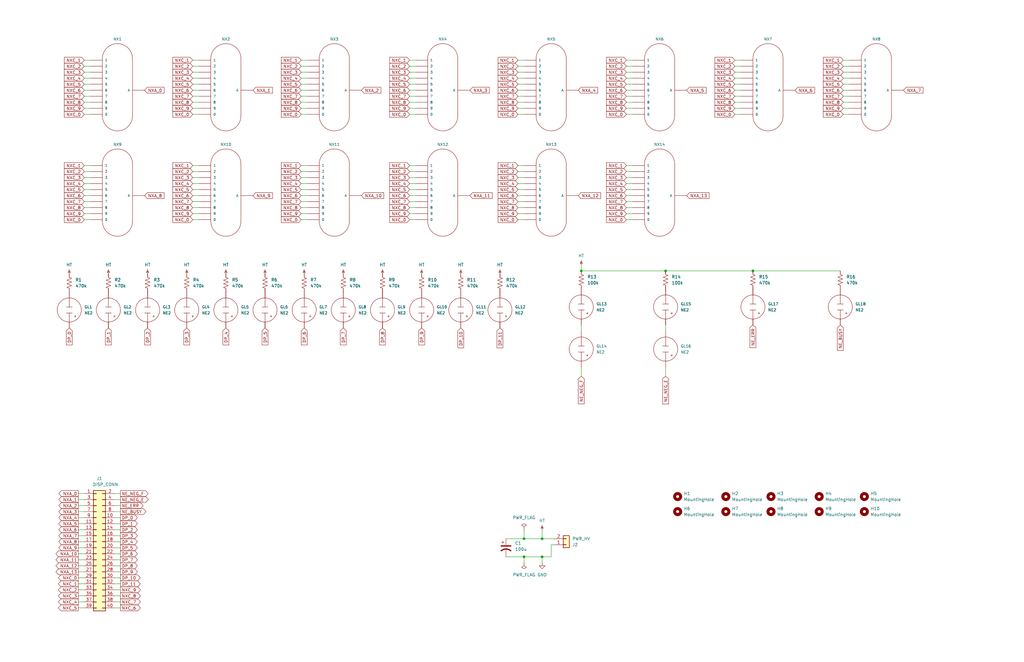
<source format=kicad_sch>
(kicad_sch (version 20231120) (generator "eeschema") (generator_version "8.0")
  (paper "USLedger")
  (junction (at 228.6 234.95))
  (junction (at 228.6 227.33))
  (junction (at 220.98 234.95))
  (junction (at 280.67 114.3))
  (junction (at 220.98 227.33))
  (junction (at 317.5 114.3))
  (junction (at 245.11 114.3))
  (wire (pts (xy 33.02 251.46) (xy 35.56 251.46)))
  (wire (pts (xy 127 80.01) (xy 129.54 80.01)))
  (wire (pts (xy 355.6 35.56) (xy 358.14 35.56)))
  (wire (pts (xy 218.44 85.09) (xy 220.98 85.09)))
  (wire (pts (xy 50.8 208.28) (xy 48.26 208.28)))
  (wire (pts (xy 33.02 228.6) (xy 35.56 228.6)))
  (wire (pts (xy 309.88 30.48) (xy 312.42 30.48)))
  (wire (pts (xy 33.02 241.3) (xy 35.56 241.3)))
  (wire (pts (xy 50.8 215.9) (xy 48.26 215.9)))
  (wire (pts (xy 218.44 40.64) (xy 220.98 40.64)))
  (wire (pts (xy 264.16 35.56) (xy 266.7 35.56)))
  (wire (pts (xy 50.8 238.76) (xy 48.26 238.76)))
  (wire (pts (xy 218.44 27.94) (xy 220.98 27.94)))
  (wire (pts (xy 218.44 72.39) (xy 220.98 72.39)))
  (wire (pts (xy 264.16 90.17) (xy 266.7 90.17)))
  (wire (pts (xy 35.56 82.55) (xy 38.1 82.55)))
  (wire (pts (xy 228.6 227.33) (xy 228.6 223.52)))
  (wire (pts (xy 264.16 69.85) (xy 266.7 69.85)))
  (wire (pts (xy 264.16 38.1) (xy 266.7 38.1)))
  (wire (pts (xy 220.98 234.95) (xy 220.98 237.49)))
  (wire (pts (xy 35.56 48.26) (xy 38.1 48.26)))
  (wire (pts (xy 81.28 33.02) (xy 83.82 33.02)))
  (wire (pts (xy 50.8 246.38) (xy 48.26 246.38)))
  (wire (pts (xy 127 87.63) (xy 129.54 87.63)))
  (wire (pts (xy 81.28 27.94) (xy 83.82 27.94)))
  (wire (pts (xy 218.44 74.93) (xy 220.98 74.93)))
  (wire (pts (xy 264.16 43.18) (xy 266.7 43.18)))
  (wire (pts (xy 309.88 35.56) (xy 312.42 35.56)))
  (wire (pts (xy 35.56 30.48) (xy 38.1 30.48)))
  (wire (pts (xy 50.8 228.6) (xy 48.26 228.6)))
  (wire (pts (xy 81.28 40.64) (xy 83.82 40.64)))
  (wire (pts (xy 81.28 72.39) (xy 83.82 72.39)))
  (wire (pts (xy 35.56 43.18) (xy 38.1 43.18)))
  (wire (pts (xy 280.67 158.75) (xy 280.67 154.94)))
  (wire (pts (xy 172.72 90.17) (xy 175.26 90.17)))
  (wire (pts (xy 50.8 241.3) (xy 48.26 241.3)))
  (wire (pts (xy 233.68 229.87) (xy 232.41 229.87)))
  (wire (pts (xy 33.02 218.44) (xy 35.56 218.44)))
  (wire (pts (xy 218.44 30.48) (xy 220.98 30.48)))
  (wire (pts (xy 309.88 33.02) (xy 312.42 33.02)))
  (wire (pts (xy 35.56 27.94) (xy 38.1 27.94)))
  (wire (pts (xy 172.72 74.93) (xy 175.26 74.93)))
  (wire (pts (xy 33.02 223.52) (xy 35.56 223.52)))
  (wire (pts (xy 127 90.17) (xy 129.54 90.17)))
  (wire (pts (xy 355.6 38.1) (xy 358.14 38.1)))
  (wire (pts (xy 33.02 248.92) (xy 35.56 248.92)))
  (wire (pts (xy 213.36 227.33) (xy 220.98 227.33)))
  (wire (pts (xy 127 48.26) (xy 129.54 48.26)))
  (wire (pts (xy 172.72 77.47) (xy 175.26 77.47)))
  (wire (pts (xy 355.6 40.64) (xy 358.14 40.64)))
  (wire (pts (xy 81.28 90.17) (xy 83.82 90.17)))
  (wire (pts (xy 264.16 85.09) (xy 266.7 85.09)))
  (wire (pts (xy 50.8 251.46) (xy 48.26 251.46)))
  (wire (pts (xy 50.8 248.92) (xy 48.26 248.92)))
  (wire (pts (xy 81.28 48.26) (xy 83.82 48.26)))
  (wire (pts (xy 172.72 25.4) (xy 175.26 25.4)))
  (wire (pts (xy 35.56 69.85) (xy 38.1 69.85)))
  (wire (pts (xy 35.56 85.09) (xy 38.1 85.09)))
  (wire (pts (xy 220.98 227.33) (xy 228.6 227.33)))
  (wire (pts (xy 228.6 234.95) (xy 228.6 237.49)))
  (wire (pts (xy 172.72 72.39) (xy 175.26 72.39)))
  (wire (pts (xy 264.16 80.01) (xy 266.7 80.01)))
  (wire (pts (xy 127 33.02) (xy 129.54 33.02)))
  (wire (pts (xy 264.16 72.39) (xy 266.7 72.39)))
  (wire (pts (xy 264.16 33.02) (xy 266.7 33.02)))
  (wire (pts (xy 355.6 45.72) (xy 358.14 45.72)))
  (wire (pts (xy 264.16 87.63) (xy 266.7 87.63)))
  (wire (pts (xy 218.44 35.56) (xy 220.98 35.56)))
  (wire (pts (xy 81.28 87.63) (xy 83.82 87.63)))
  (wire (pts (xy 218.44 90.17) (xy 220.98 90.17)))
  (wire (pts (xy 218.44 82.55) (xy 220.98 82.55)))
  (wire (pts (xy 81.28 69.85) (xy 83.82 69.85)))
  (wire (pts (xy 218.44 92.71) (xy 220.98 92.71)))
  (wire (pts (xy 35.56 80.01) (xy 38.1 80.01)))
  (wire (pts (xy 172.72 27.94) (xy 175.26 27.94)))
  (wire (pts (xy 35.56 45.72) (xy 38.1 45.72)))
  (wire (pts (xy 35.56 87.63) (xy 38.1 87.63)))
  (wire (pts (xy 33.02 210.82) (xy 35.56 210.82)))
  (wire (pts (xy 172.72 38.1) (xy 175.26 38.1)))
  (wire (pts (xy 50.8 254) (xy 48.26 254)))
  (wire (pts (xy 33.02 246.38) (xy 35.56 246.38)))
  (wire (pts (xy 50.8 213.36) (xy 48.26 213.36)))
  (wire (pts (xy 172.72 33.02) (xy 175.26 33.02)))
  (wire (pts (xy 50.8 220.98) (xy 48.26 220.98)))
  (wire (pts (xy 33.02 236.22) (xy 35.56 236.22)))
  (wire (pts (xy 50.8 233.68) (xy 48.26 233.68)))
  (wire (pts (xy 309.88 38.1) (xy 312.42 38.1)))
  (wire (pts (xy 218.44 48.26) (xy 220.98 48.26)))
  (wire (pts (xy 127 25.4) (xy 129.54 25.4)))
  (wire (pts (xy 218.44 33.02) (xy 220.98 33.02)))
  (wire (pts (xy 245.11 158.75) (xy 245.11 154.94)))
  (wire (pts (xy 127 85.09) (xy 129.54 85.09)))
  (wire (pts (xy 172.72 43.18) (xy 175.26 43.18)))
  (wire (pts (xy 309.88 43.18) (xy 312.42 43.18)))
  (wire (pts (xy 33.02 243.84) (xy 35.56 243.84)))
  (wire (pts (xy 127 38.1) (xy 129.54 38.1)))
  (wire (pts (xy 48.26 256.54) (xy 50.8 256.54)))
  (wire (pts (xy 127 92.71) (xy 129.54 92.71)))
  (wire (pts (xy 172.72 35.56) (xy 175.26 35.56)))
  (wire (pts (xy 264.16 48.26) (xy 266.7 48.26)))
  (wire (pts (xy 172.72 87.63) (xy 175.26 87.63)))
  (wire (pts (xy 172.72 82.55) (xy 175.26 82.55)))
  (wire (pts (xy 245.11 139.7) (xy 245.11 137.16)))
  (wire (pts (xy 172.72 45.72) (xy 175.26 45.72)))
  (wire (pts (xy 50.8 236.22) (xy 48.26 236.22)))
  (wire (pts (xy 355.6 25.4) (xy 358.14 25.4)))
  (wire (pts (xy 127 27.94) (xy 129.54 27.94)))
  (wire (pts (xy 127 82.55) (xy 129.54 82.55)))
  (wire (pts (xy 33.02 220.98) (xy 35.56 220.98)))
  (wire (pts (xy 220.98 234.95) (xy 228.6 234.95)))
  (wire (pts (xy 127 72.39) (xy 129.54 72.39)))
  (wire (pts (xy 50.8 218.44) (xy 48.26 218.44)))
  (wire (pts (xy 355.6 48.26) (xy 358.14 48.26)))
  (wire (pts (xy 35.56 92.71) (xy 38.1 92.71)))
  (wire (pts (xy 264.16 74.93) (xy 266.7 74.93)))
  (wire (pts (xy 81.28 85.09) (xy 83.82 85.09)))
  (wire (pts (xy 81.28 77.47) (xy 83.82 77.47)))
  (wire (pts (xy 218.44 45.72) (xy 220.98 45.72)))
  (wire (pts (xy 355.6 30.48) (xy 358.14 30.48)))
  (wire (pts (xy 81.28 43.18) (xy 83.82 43.18)))
  (wire (pts (xy 309.88 25.4) (xy 312.42 25.4)))
  (wire (pts (xy 218.44 77.47) (xy 220.98 77.47)))
  (wire (pts (xy 81.28 30.48) (xy 83.82 30.48)))
  (wire (pts (xy 172.72 85.09) (xy 175.26 85.09)))
  (wire (pts (xy 218.44 43.18) (xy 220.98 43.18)))
  (wire (pts (xy 309.88 27.94) (xy 312.42 27.94)))
  (wire (pts (xy 33.02 213.36) (xy 35.56 213.36)))
  (wire (pts (xy 309.88 40.64) (xy 312.42 40.64)))
  (wire (pts (xy 50.8 231.14) (xy 48.26 231.14)))
  (wire (pts (xy 309.88 45.72) (xy 312.42 45.72)))
  (wire (pts (xy 355.6 43.18) (xy 358.14 43.18)))
  (wire (pts (xy 33.02 215.9) (xy 35.56 215.9)))
  (wire (pts (xy 280.67 114.3) (xy 317.5 114.3)))
  (wire (pts (xy 127 74.93) (xy 129.54 74.93)))
  (wire (pts (xy 50.8 210.82) (xy 48.26 210.82)))
  (wire (pts (xy 81.28 38.1) (xy 83.82 38.1)))
  (wire (pts (xy 50.8 226.06) (xy 48.26 226.06)))
  (wire (pts (xy 127 69.85) (xy 129.54 69.85)))
  (wire (pts (xy 264.16 45.72) (xy 266.7 45.72)))
  (wire (pts (xy 35.56 25.4) (xy 38.1 25.4)))
  (wire (pts (xy 127 35.56) (xy 129.54 35.56)))
  (wire (pts (xy 127 43.18) (xy 129.54 43.18)))
  (wire (pts (xy 127 30.48) (xy 129.54 30.48)))
  (wire (pts (xy 355.6 27.94) (xy 358.14 27.94)))
  (wire (pts (xy 309.88 48.26) (xy 312.42 48.26)))
  (wire (pts (xy 127 40.64) (xy 129.54 40.64)))
  (wire (pts (xy 172.72 48.26) (xy 175.26 48.26)))
  (wire (pts (xy 35.56 72.39) (xy 38.1 72.39)))
  (wire (pts (xy 317.5 114.3) (xy 354.33 114.3)))
  (wire (pts (xy 35.56 74.93) (xy 38.1 74.93)))
  (wire (pts (xy 213.36 234.95) (xy 220.98 234.95)))
  (wire (pts (xy 264.16 30.48) (xy 266.7 30.48)))
  (wire (pts (xy 81.28 35.56) (xy 83.82 35.56)))
  (wire (pts (xy 172.72 30.48) (xy 175.26 30.48)))
  (wire (pts (xy 35.56 38.1) (xy 38.1 38.1)))
  (wire (pts (xy 33.02 256.54) (xy 35.56 256.54)))
  (wire (pts (xy 35.56 40.64) (xy 38.1 40.64)))
  (wire (pts (xy 245.11 114.3) (xy 280.67 114.3)))
  (wire (pts (xy 33.02 208.28) (xy 35.56 208.28)))
  (wire (pts (xy 264.16 92.71) (xy 266.7 92.71)))
  (wire (pts (xy 50.8 223.52) (xy 48.26 223.52)))
  (wire (pts (xy 218.44 25.4) (xy 220.98 25.4)))
  (wire (pts (xy 264.16 77.47) (xy 266.7 77.47)))
  (wire (pts (xy 33.02 238.76) (xy 35.56 238.76)))
  (wire (pts (xy 232.41 234.95) (xy 228.6 234.95)))
  (wire (pts (xy 81.28 74.93) (xy 83.82 74.93)))
  (wire (pts (xy 127 77.47) (xy 129.54 77.47)))
  (wire (pts (xy 218.44 38.1) (xy 220.98 38.1)))
  (wire (pts (xy 81.28 25.4) (xy 83.82 25.4)))
  (wire (pts (xy 280.67 139.7) (xy 280.67 137.16)))
  (wire (pts (xy 33.02 226.06) (xy 35.56 226.06)))
  (wire (pts (xy 35.56 77.47) (xy 38.1 77.47)))
  (wire (pts (xy 232.41 229.87) (xy 232.41 234.95)))
  (wire (pts (xy 220.98 223.52) (xy 220.98 227.33)))
  (wire (pts (xy 172.72 69.85) (xy 175.26 69.85)))
  (wire (pts (xy 172.72 92.71) (xy 175.26 92.71)))
  (wire (pts (xy 264.16 25.4) (xy 266.7 25.4)))
  (wire (pts (xy 33.02 231.14) (xy 35.56 231.14)))
  (wire (pts (xy 35.56 90.17) (xy 38.1 90.17)))
  (wire (pts (xy 264.16 27.94) (xy 266.7 27.94)))
  (wire (pts (xy 233.68 227.33) (xy 228.6 227.33)))
  (wire (pts (xy 355.6 33.02) (xy 358.14 33.02)))
  (wire (pts (xy 35.56 33.02) (xy 38.1 33.02)))
  (wire (pts (xy 264.16 82.55) (xy 266.7 82.55)))
  (wire (pts (xy 35.56 35.56) (xy 38.1 35.56)))
  (wire (pts (xy 218.44 69.85) (xy 220.98 69.85)))
  (wire (pts (xy 33.02 233.68) (xy 35.56 233.68)))
  (wire (pts (xy 81.28 45.72) (xy 83.82 45.72)))
  (wire (pts (xy 172.72 40.64) (xy 175.26 40.64)))
  (wire (pts (xy 81.28 80.01) (xy 83.82 80.01)))
  (wire (pts (xy 81.28 82.55) (xy 83.82 82.55)))
  (wire (pts (xy 218.44 80.01) (xy 220.98 80.01)))
  (wire (pts (xy 127 45.72) (xy 129.54 45.72)))
  (wire (pts (xy 172.72 80.01) (xy 175.26 80.01)))
  (wire (pts (xy 245.11 111.76) (xy 245.11 114.3)))
  (wire (pts (xy 33.02 254) (xy 35.56 254)))
  (wire (pts (xy 264.16 40.64) (xy 266.7 40.64)))
  (wire (pts (xy 218.44 87.63) (xy 220.98 87.63)))
  (wire (pts (xy 81.28 92.71) (xy 83.82 92.71)))
  (wire (pts (xy 50.8 243.84) (xy 48.26 243.84)))
  (global_label "NXC_4" (shape input) (at 172.72 77.47 180) (property "Intersheetrefs" "${INTERSHEET_REFS}" (effects (hide yes))))
  (global_label "NXC_3" (shape input) (at 35.56 30.48 180) (property "Intersheetrefs" "${INTERSHEET_REFS}" (effects (hide yes))))
  (global_label "DP_10" (shape input) (at 194.31 138.43 270) (property "Intersheetrefs" "${INTERSHEET_REFS}" (effects (hide yes))))
  (global_label "NXC_6" (shape input) (at 81.28 38.1 180) (property "Intersheetrefs" "${INTERSHEET_REFS}" (effects (hide yes))))
  (global_label "NXC_3" (shape input) (at 264.16 74.93 180) (property "Intersheetrefs" "${INTERSHEET_REFS}" (effects (hide yes))))
  (global_label "NXC_2" (shape input) (at 81.28 72.39 180) (property "Intersheetrefs" "${INTERSHEET_REFS}" (effects (hide yes))))
  (global_label "NXC_5" (shape input) (at 35.56 35.56 180) (property "Intersheetrefs" "${INTERSHEET_REFS}" (effects (hide yes))))
  (global_label "NXC_7" (shape input) (at 355.6 40.64 180) (property "Intersheetrefs" "${INTERSHEET_REFS}" (effects (hide yes))))
  (global_label "NXC_4" (shape input) (at 264.16 33.02 180) (property "Intersheetrefs" "${INTERSHEET_REFS}" (effects (hide yes))))
  (global_label "NXC_8" (shape input) (at 264.16 87.63 180) (property "Intersheetrefs" "${INTERSHEET_REFS}" (effects (hide yes))))
  (global_label "NXC_2" (shape input) (at 172.72 27.94 180) (property "Intersheetrefs" "${INTERSHEET_REFS}" (effects (hide yes))))
  (global_label "NXC_8" (shape input) (at 355.6 43.18 180) (property "Intersheetrefs" "${INTERSHEET_REFS}" (effects (hide yes))))
  (global_label "NXA_5" (shape input) (at 289.56 38.1 0) (property "Intersheetrefs" "${INTERSHEET_REFS}" (effects (hide yes))))
  (global_label "NXC_7" (shape input) (at 81.28 85.09 180) (property "Intersheetrefs" "${INTERSHEET_REFS}" (effects (hide yes))))
  (global_label "NXC_6" (shape input) (at 127 82.55 180) (property "Intersheetrefs" "${INTERSHEET_REFS}" (effects (hide yes))))
  (global_label "NXC_2" (shape input) (at 81.28 27.94 180) (property "Intersheetrefs" "${INTERSHEET_REFS}" (effects (hide yes))))
  (global_label "NE_NEG_E" (shape input) (at 280.67 158.75 270) (property "Intersheetrefs" "${INTERSHEET_REFS}" (effects (hide yes))))
  (global_label "NXA_6" (shape input) (at 335.28 38.1 0) (property "Intersheetrefs" "${INTERSHEET_REFS}" (effects (hide yes))))
  (global_label "NXC_2" (shape input) (at 35.56 72.39 180) (property "Intersheetrefs" "${INTERSHEET_REFS}" (effects (hide yes))))
  (global_label "NXC_2" (shape input) (at 35.56 27.94 180) (property "Intersheetrefs" "${INTERSHEET_REFS}" (effects (hide yes))))
  (global_label "NXC_5" (shape input) (at 172.72 35.56 180) (property "Intersheetrefs" "${INTERSHEET_REFS}" (effects (hide yes))))
  (global_label "NXC_5" (shape input) (at 127 80.01 180) (property "Intersheetrefs" "${INTERSHEET_REFS}" (effects (hide yes))))
  (global_label "NXA_6" (shape output) (at 33.02 223.52 180) (property "Intersheetrefs" "${INTERSHEET_REFS}" (effects (hide yes))))
  (global_label "NXC_1" (shape input) (at 35.56 69.85 180) (property "Intersheetrefs" "${INTERSHEET_REFS}" (effects (hide yes))))
  (global_label "NXC_1" (shape input) (at 35.56 25.4 180) (property "Intersheetrefs" "${INTERSHEET_REFS}" (effects (hide yes))))
  (global_label "NXC_5" (shape input) (at 127 35.56 180) (property "Intersheetrefs" "${INTERSHEET_REFS}" (effects (hide yes))))
  (global_label "NXC_2" (shape input) (at 264.16 27.94 180) (property "Intersheetrefs" "${INTERSHEET_REFS}" (effects (hide yes))))
  (global_label "NXC_1" (shape input) (at 127 69.85 180) (property "Intersheetrefs" "${INTERSHEET_REFS}" (effects (hide yes))))
  (global_label "NXC_3" (shape output) (at 33.02 251.46 180) (property "Intersheetrefs" "${INTERSHEET_REFS}" (effects (hide yes))))
  (global_label "NXC_7" (shape input) (at 172.72 85.09 180) (property "Intersheetrefs" "${INTERSHEET_REFS}" (effects (hide yes))))
  (global_label "DP_10" (shape output) (at 50.8 243.84 0) (property "Intersheetrefs" "${INTERSHEET_REFS}" (effects (hide yes))))
  (global_label "NXC_7" (shape output) (at 50.8 254 0) (property "Intersheetrefs" "${INTERSHEET_REFS}" (effects (hide yes))))
  (global_label "NXA_0" (shape output) (at 33.02 208.28 180) (property "Intersheetrefs" "${INTERSHEET_REFS}" (effects (hide yes))))
  (global_label "NXC_8" (shape input) (at 127 87.63 180) (property "Intersheetrefs" "${INTERSHEET_REFS}" (effects (hide yes))))
  (global_label "NXC_4" (shape input) (at 355.6 33.02 180) (property "Intersheetrefs" "${INTERSHEET_REFS}" (effects (hide yes))))
  (global_label "NXA_4" (shape input) (at 243.84 38.1 0) (property "Intersheetrefs" "${INTERSHEET_REFS}" (effects (hide yes))))
  (global_label "NXC_2" (shape input) (at 264.16 72.39 180) (property "Intersheetrefs" "${INTERSHEET_REFS}" (effects (hide yes))))
  (global_label "NE_ERR" (shape input) (at 317.5 137.16 270) (property "Intersheetrefs" "${INTERSHEET_REFS}" (effects (hide yes))))
  (global_label "NXC_1" (shape input) (at 218.44 25.4 180) (property "Intersheetrefs" "${INTERSHEET_REFS}" (effects (hide yes))))
  (global_label "DP_3" (shape output) (at 50.8 226.06 0) (property "Intersheetrefs" "${INTERSHEET_REFS}" (effects (hide yes))))
  (global_label "NXC_8" (shape output) (at 50.8 251.46 0) (property "Intersheetrefs" "${INTERSHEET_REFS}" (effects (hide yes))))
  (global_label "NXC_5" (shape input) (at 81.28 80.01 180) (property "Intersheetrefs" "${INTERSHEET_REFS}" (effects (hide yes))))
  (global_label "NXC_8" (shape input) (at 172.72 43.18 180) (property "Intersheetrefs" "${INTERSHEET_REFS}" (effects (hide yes))))
  (global_label "NXC_1" (shape input) (at 264.16 69.85 180) (property "Intersheetrefs" "${INTERSHEET_REFS}" (effects (hide yes))))
  (global_label "NXC_7" (shape input) (at 218.44 85.09 180) (property "Intersheetrefs" "${INTERSHEET_REFS}" (effects (hide yes))))
  (global_label "NXA_11" (shape output) (at 33.02 236.22 180) (property "Intersheetrefs" "${INTERSHEET_REFS}" (effects (hide yes))))
  (global_label "NXC_5" (shape input) (at 81.28 35.56 180) (property "Intersheetrefs" "${INTERSHEET_REFS}" (effects (hide yes))))
  (global_label "NXC_5" (shape input) (at 309.88 35.56 180) (property "Intersheetrefs" "${INTERSHEET_REFS}" (effects (hide yes))))
  (global_label "NXC_1" (shape input) (at 172.72 69.85 180) (property "Intersheetrefs" "${INTERSHEET_REFS}" (effects (hide yes))))
  (global_label "NXC_2" (shape input) (at 355.6 27.94 180) (property "Intersheetrefs" "${INTERSHEET_REFS}" (effects (hide yes))))
  (global_label "NXA_9" (shape input) (at 106.68 82.55 0) (property "Intersheetrefs" "${INTERSHEET_REFS}" (effects (hide yes))))
  (global_label "NXC_8" (shape input) (at 127 43.18 180) (property "Intersheetrefs" "${INTERSHEET_REFS}" (effects (hide yes))))
  (global_label "NXA_12" (shape input) (at 243.84 82.55 0) (property "Intersheetrefs" "${INTERSHEET_REFS}" (effects (hide yes))))
  (global_label "NXC_0" (shape input) (at 35.56 48.26 180) (property "Intersheetrefs" "${INTERSHEET_REFS}" (effects (hide yes))))
  (global_label "NXC_4" (shape input) (at 35.56 77.47 180) (property "Intersheetrefs" "${INTERSHEET_REFS}" (effects (hide yes))))
  (global_label "DP_0" (shape input) (at 29.21 138.43 270) (property "Intersheetrefs" "${INTERSHEET_REFS}" (effects (hide yes))))
  (global_label "NXC_9" (shape output) (at 50.8 248.92 0) (property "Intersheetrefs" "${INTERSHEET_REFS}" (effects (hide yes))))
  (global_label "NXC_8" (shape input) (at 172.72 87.63 180) (property "Intersheetrefs" "${INTERSHEET_REFS}" (effects (hide yes))))
  (global_label "NXC_7" (shape input) (at 264.16 40.64 180) (property "Intersheetrefs" "${INTERSHEET_REFS}" (effects (hide yes))))
  (global_label "NXC_3" (shape input) (at 127 30.48 180) (property "Intersheetrefs" "${INTERSHEET_REFS}" (effects (hide yes))))
  (global_label "NXC_5" (shape input) (at 264.16 35.56 180) (property "Intersheetrefs" "${INTERSHEET_REFS}" (effects (hide yes))))
  (global_label "DP_1" (shape input) (at 45.72 138.43 270) (property "Intersheetrefs" "${INTERSHEET_REFS}" (effects (hide yes))))
  (global_label "NXC_9" (shape input) (at 35.56 90.17 180) (property "Intersheetrefs" "${INTERSHEET_REFS}" (effects (hide yes))))
  (global_label "DP_3" (shape input) (at 78.74 138.43 270) (property "Intersheetrefs" "${INTERSHEET_REFS}" (effects (hide yes))))
  (global_label "NXA_5" (shape output) (at 33.02 220.98 180) (property "Intersheetrefs" "${INTERSHEET_REFS}" (effects (hide yes))))
  (global_label "NXA_1" (shape input) (at 106.68 38.1 0) (property "Intersheetrefs" "${INTERSHEET_REFS}" (effects (hide yes))))
  (global_label "NXC_4" (shape input) (at 172.72 33.02 180) (property "Intersheetrefs" "${INTERSHEET_REFS}" (effects (hide yes))))
  (global_label "NXC_7" (shape input) (at 35.56 40.64 180) (property "Intersheetrefs" "${INTERSHEET_REFS}" (effects (hide yes))))
  (global_label "NXA_13" (shape output) (at 33.02 241.3 180) (property "Intersheetrefs" "${INTERSHEET_REFS}" (effects (hide yes))))
  (global_label "NXC_9" (shape input) (at 309.88 45.72 180) (property "Intersheetrefs" "${INTERSHEET_REFS}" (effects (hide yes))))
  (global_label "NXA_0" (shape input) (at 60.96 38.1 0) (property "Intersheetrefs" "${INTERSHEET_REFS}" (effects (hide yes))))
  (global_label "NE_BUSY" (shape output) (at 50.8 215.9 0) (property "Intersheetrefs" "${INTERSHEET_REFS}" (effects (hide yes))))
  (global_label "NXA_1" (shape output) (at 33.02 210.82 180) (property "Intersheetrefs" "${INTERSHEET_REFS}" (effects (hide yes))))
  (global_label "NXC_0" (shape input) (at 355.6 48.26 180) (property "Intersheetrefs" "${INTERSHEET_REFS}" (effects (hide yes))))
  (global_label "NXC_7" (shape input) (at 264.16 85.09 180) (property "Intersheetrefs" "${INTERSHEET_REFS}" (effects (hide yes))))
  (global_label "NXC_6" (shape output) (at 50.8 256.54 0) (property "Intersheetrefs" "${INTERSHEET_REFS}" (effects (hide yes))))
  (global_label "NXC_8" (shape input) (at 81.28 43.18 180) (property "Intersheetrefs" "${INTERSHEET_REFS}" (effects (hide yes))))
  (global_label "NXC_5" (shape input) (at 35.56 80.01 180) (property "Intersheetrefs" "${INTERSHEET_REFS}" (effects (hide yes))))
  (global_label "DP_8" (shape input) (at 161.29 138.43 270) (property "Intersheetrefs" "${INTERSHEET_REFS}" (effects (hide yes))))
  (global_label "NXC_2" (shape input) (at 218.44 72.39 180) (property "Intersheetrefs" "${INTERSHEET_REFS}" (effects (hide yes))))
  (global_label "NXC_3" (shape input) (at 172.72 30.48 180) (property "Intersheetrefs" "${INTERSHEET_REFS}" (effects (hide yes))))
  (global_label "NE_ERR" (shape output) (at 50.8 213.36 0) (property "Intersheetrefs" "${INTERSHEET_REFS}" (effects (hide yes))))
  (global_label "NXA_7" (shape input) (at 381 38.1 0) (property "Intersheetrefs" "${INTERSHEET_REFS}" (effects (hide yes))))
  (global_label "NXC_3" (shape input) (at 35.56 74.93 180) (property "Intersheetrefs" "${INTERSHEET_REFS}" (effects (hide yes))))
  (global_label "NXC_6" (shape input) (at 355.6 38.1 180) (property "Intersheetrefs" "${INTERSHEET_REFS}" (effects (hide yes))))
  (global_label "DP_7" (shape output) (at 50.8 236.22 0) (property "Intersheetrefs" "${INTERSHEET_REFS}" (effects (hide yes))))
  (global_label "NXA_3" (shape input) (at 198.12 38.1 0) (property "Intersheetrefs" "${INTERSHEET_REFS}" (effects (hide yes))))
  (global_label "NXC_1" (shape input) (at 81.28 69.85 180) (property "Intersheetrefs" "${INTERSHEET_REFS}" (effects (hide yes))))
  (global_label "NXC_7" (shape input) (at 127 85.09 180) (property "Intersheetrefs" "${INTERSHEET_REFS}" (effects (hide yes))))
  (global_label "DP_2" (shape output) (at 50.8 223.52 0) (property "Intersheetrefs" "${INTERSHEET_REFS}" (effects (hide yes))))
  (global_label "NXC_7" (shape input) (at 35.56 85.09 180) (property "Intersheetrefs" "${INTERSHEET_REFS}" (effects (hide yes))))
  (global_label "NXC_9" (shape input) (at 264.16 45.72 180) (property "Intersheetrefs" "${INTERSHEET_REFS}" (effects (hide yes))))
  (global_label "NXA_8" (shape output) (at 33.02 228.6 180) (property "Intersheetrefs" "${INTERSHEET_REFS}" (effects (hide yes))))
  (global_label "NXC_0" (shape input) (at 127 92.71 180) (property "Intersheetrefs" "${INTERSHEET_REFS}" (effects (hide yes))))
  (global_label "NXC_4" (shape input) (at 81.28 77.47 180) (property "Intersheetrefs" "${INTERSHEET_REFS}" (effects (hide yes))))
  (global_label "NXC_0" (shape input) (at 81.28 92.71 180) (property "Intersheetrefs" "${INTERSHEET_REFS}" (effects (hide yes))))
  (global_label "NXC_6" (shape input) (at 81.28 82.55 180) (property "Intersheetrefs" "${INTERSHEET_REFS}" (effects (hide yes))))
  (global_label "DP_7" (shape input) (at 144.78 138.43 270) (property "Intersheetrefs" "${INTERSHEET_REFS}" (effects (hide yes))))
  (global_label "NXC_0" (shape input) (at 127 48.26 180) (property "Intersheetrefs" "${INTERSHEET_REFS}" (effects (hide yes))))
  (global_label "NXC_6" (shape input) (at 35.56 38.1 180) (property "Intersheetrefs" "${INTERSHEET_REFS}" (effects (hide yes))))
  (global_label "NXC_0" (shape input) (at 35.56 92.71 180) (property "Intersheetrefs" "${INTERSHEET_REFS}" (effects (hide yes))))
  (global_label "NXC_9" (shape input) (at 127 90.17 180) (property "Intersheetrefs" "${INTERSHEET_REFS}" (effects (hide yes))))
  (global_label "NXC_1" (shape input) (at 355.6 25.4 180) (property "Intersheetrefs" "${INTERSHEET_REFS}" (effects (hide yes))))
  (global_label "NXA_8" (shape input) (at 60.96 82.55 0) (property "Intersheetrefs" "${INTERSHEET_REFS}" (effects (hide yes))))
  (global_label "NXC_8" (shape input) (at 35.56 87.63 180) (property "Intersheetrefs" "${INTERSHEET_REFS}" (effects (hide yes))))
  (global_label "NE_NEG_E" (shape output) (at 50.8 210.82 0) (property "Intersheetrefs" "${INTERSHEET_REFS}" (effects (hide yes))))
  (global_label "NXC_3" (shape input) (at 264.16 30.48 180) (property "Intersheetrefs" "${INTERSHEET_REFS}" (effects (hide yes))))
  (global_label "NXC_6" (shape input) (at 218.44 38.1 180) (property "Intersheetrefs" "${INTERSHEET_REFS}" (effects (hide yes))))
  (global_label "NXC_2" (shape input) (at 127 27.94 180) (property "Intersheetrefs" "${INTERSHEET_REFS}" (effects (hide yes))))
  (global_label "NXC_6" (shape input) (at 35.56 82.55 180) (property "Intersheetrefs" "${INTERSHEET_REFS}" (effects (hide yes))))
  (global_label "NXA_13" (shape input) (at 289.56 82.55 0) (property "Intersheetrefs" "${INTERSHEET_REFS}" (effects (hide yes))))
  (global_label "NXC_1" (shape input) (at 218.44 69.85 180) (property "Intersheetrefs" "${INTERSHEET_REFS}" (effects (hide yes))))
  (global_label "DP_6" (shape input) (at 128.27 138.43 270) (property "Intersheetrefs" "${INTERSHEET_REFS}" (effects (hide yes))))
  (global_label "NXC_8" (shape input) (at 35.56 43.18 180) (property "Intersheetrefs" "${INTERSHEET_REFS}" (effects (hide yes))))
  (global_label "NXC_3" (shape input) (at 81.28 74.93 180) (property "Intersheetrefs" "${INTERSHEET_REFS}" (effects (hide yes))))
  (global_label "DP_8" (shape output) (at 50.8 238.76 0) (property "Intersheetrefs" "${INTERSHEET_REFS}" (effects (hide yes))))
  (global_label "NXA_10" (shape input) (at 152.4 82.55 0) (property "Intersheetrefs" "${INTERSHEET_REFS}" (effects (hide yes))))
  (global_label "NXC_9" (shape input) (at 35.56 45.72 180) (property "Intersheetrefs" "${INTERSHEET_REFS}" (effects (hide yes))))
  (global_label "NXA_7" (shape output) (at 33.02 226.06 180) (property "Intersheetrefs" "${INTERSHEET_REFS}" (effects (hide yes))))
  (global_label "NXC_1" (shape input) (at 264.16 25.4 180) (property "Intersheetrefs" "${INTERSHEET_REFS}" (effects (hide yes))))
  (global_label "NXA_2" (shape input) (at 152.4 38.1 0) (property "Intersheetrefs" "${INTERSHEET_REFS}" (effects (hide yes))))
  (global_label "NXC_8" (shape input) (at 218.44 87.63 180) (property "Intersheetrefs" "${INTERSHEET_REFS}" (effects (hide yes))))
  (global_label "NXC_0" (shape input) (at 218.44 92.71 180) (property "Intersheetrefs" "${INTERSHEET_REFS}" (effects (hide yes))))
  (global_label "NE_NEG_F" (shape output) (at 50.8 208.28 0) (property "Intersheetrefs" "${INTERSHEET_REFS}" (effects (hide yes))))
  (global_label "NXC_3" (shape input) (at 309.88 30.48 180) (property "Intersheetrefs" "${INTERSHEET_REFS}" (effects (hide yes))))
  (global_label "DP_2" (shape input) (at 62.23 138.43 270) (property "Intersheetrefs" "${INTERSHEET_REFS}" (effects (hide yes))))
  (global_label "NXC_6" (shape input) (at 127 38.1 180) (property "Intersheetrefs" "${INTERSHEET_REFS}" (effects (hide yes))))
  (global_label "DP_9" (shape input) (at 177.8 138.43 270) (property "Intersheetrefs" "${INTERSHEET_REFS}" (effects (hide yes))))
  (global_label "NXC_4" (shape input) (at 309.88 33.02 180) (property "Intersheetrefs" "${INTERSHEET_REFS}" (effects (hide yes))))
  (global_label "NXC_7" (shape input) (at 81.28 40.64 180) (property "Intersheetrefs" "${INTERSHEET_REFS}" (effects (hide yes))))
  (global_label "NXC_0" (shape input) (at 264.16 92.71 180) (property "Intersheetrefs" "${INTERSHEET_REFS}" (effects (hide yes))))
  (global_label "NXC_1" (shape input) (at 172.72 25.4 180) (property "Intersheetrefs" "${INTERSHEET_REFS}" (effects (hide yes))))
  (global_label "NXC_9" (shape input) (at 218.44 90.17 180) (property "Intersheetrefs" "${INTERSHEET_REFS}" (effects (hide yes))))
  (global_label "DP_5" (shape output) (at 50.8 231.14 0) (property "Intersheetrefs" "${INTERSHEET_REFS}" (effects (hide yes))))
  (global_label "NXC_8" (shape input) (at 264.16 43.18 180) (property "Intersheetrefs" "${INTERSHEET_REFS}" (effects (hide yes))))
  (global_label "DP_5" (shape input) (at 111.76 138.43 270) (property "Intersheetrefs" "${INTERSHEET_REFS}" (effects (hide yes))))
  (global_label "DP_9" (shape output) (at 50.8 241.3 0) (property "Intersheetrefs" "${INTERSHEET_REFS}" (effects (hide yes))))
  (global_label "NXC_6" (shape input) (at 264.16 38.1 180) (property "Intersheetrefs" "${INTERSHEET_REFS}" (effects (hide yes))))
  (global_label "NXC_8" (shape input) (at 81.28 87.63 180) (property "Intersheetrefs" "${INTERSHEET_REFS}" (effects (hide yes))))
  (global_label "NXC_0" (shape input) (at 172.72 92.71 180) (property "Intersheetrefs" "${INTERSHEET_REFS}" (effects (hide yes))))
  (global_label "NXC_2" (shape input) (at 172.72 72.39 180) (property "Intersheetrefs" "${INTERSHEET_REFS}" (effects (hide yes))))
  (global_label "DP_0" (shape output) (at 50.8 218.44 0) (property "Intersheetrefs" "${INTERSHEET_REFS}" (effects (hide yes))))
  (global_label "NXC_9" (shape input) (at 127 45.72 180) (property "Intersheetrefs" "${INTERSHEET_REFS}" (effects (hide yes))))
  (global_label "NXC_9" (shape input) (at 81.28 45.72 180) (property "Intersheetrefs" "${INTERSHEET_REFS}" (effects (hide yes))))
  (global_label "NXC_0" (shape input) (at 81.28 48.26 180) (property "Intersheetrefs" "${INTERSHEET_REFS}" (effects (hide yes))))
  (global_label "NXC_1" (shape output) (at 33.02 246.38 180) (property "Intersheetrefs" "${INTERSHEET_REFS}" (effects (hide yes))))
  (global_label "NXC_6" (shape input) (at 218.44 82.55 180) (property "Intersheetrefs" "${INTERSHEET_REFS}" (effects (hide yes))))
  (global_label "NXC_8" (shape input) (at 309.88 43.18 180) (property "Intersheetrefs" "${INTERSHEET_REFS}" (effects (hide yes))))
  (global_label "NXC_3" (shape input) (at 218.44 30.48 180) (property "Intersheetrefs" "${INTERSHEET_REFS}" (effects (hide yes))))
  (global_label "NXC_5" (shape input) (at 218.44 35.56 180) (property "Intersheetrefs" "${INTERSHEET_REFS}" (effects (hide yes))))
  (global_label "NXC_9" (shape input) (at 81.28 90.17 180) (property "Intersheetrefs" "${INTERSHEET_REFS}" (effects (hide yes))))
  (global_label "NXC_5" (shape input) (at 218.44 80.01 180) (property "Intersheetrefs" "${INTERSHEET_REFS}" (effects (hide yes))))
  (global_label "NXC_8" (shape input) (at 218.44 43.18 180) (property "Intersheetrefs" "${INTERSHEET_REFS}" (effects (hide yes))))
  (global_label "NXC_0" (shape input) (at 264.16 48.26 180) (property "Intersheetrefs" "${INTERSHEET_REFS}" (effects (hide yes))))
  (global_label "NXC_6" (shape input) (at 264.16 82.55 180) (property "Intersheetrefs" "${INTERSHEET_REFS}" (effects (hide yes))))
  (global_label "NE_NEG_F" (shape input) (at 245.11 158.75 270) (property "Intersheetrefs" "${INTERSHEET_REFS}" (effects (hide yes))))
  (global_label "NXC_7" (shape input) (at 218.44 40.64 180) (property "Intersheetrefs" "${INTERSHEET_REFS}" (effects (hide yes))))
  (global_label "NXC_6" (shape input) (at 172.72 82.55 180) (property "Intersheetrefs" "${INTERSHEET_REFS}" (effects (hide yes))))
  (global_label "NXC_1" (shape input) (at 127 25.4 180) (property "Intersheetrefs" "${INTERSHEET_REFS}" (effects (hide yes))))
  (global_label "NXC_6" (shape input) (at 309.88 38.1 180) (property "Intersheetrefs" "${INTERSHEET_REFS}" (effects (hide yes))))
  (global_label "NXC_9" (shape input) (at 218.44 45.72 180) (property "Intersheetrefs" "${INTERSHEET_REFS}" (effects (hide yes))))
  (global_label "NXC_9" (shape input) (at 172.72 90.17 180) (property "Intersheetrefs" "${INTERSHEET_REFS}" (effects (hide yes))))
  (global_label "NXA_12" (shape output) (at 33.02 238.76 180) (property "Intersheetrefs" "${INTERSHEET_REFS}" (effects (hide yes))))
  (global_label "DP_4" (shape input) (at 95.25 138.43 270) (property "Intersheetrefs" "${INTERSHEET_REFS}" (effects (hide yes))))
  (global_label "NXA_2" (shape output) (at 33.02 213.36 180) (property "Intersheetrefs" "${INTERSHEET_REFS}" (effects (hide yes))))
  (global_label "NXC_1" (shape input) (at 81.28 25.4 180) (property "Intersheetrefs" "${INTERSHEET_REFS}" (effects (hide yes))))
  (global_label "NXC_3" (shape input) (at 355.6 30.48 180) (property "Intersheetrefs" "${INTERSHEET_REFS}" (effects (hide yes))))
  (global_label "NXA_4" (shape output) (at 33.02 218.44 180) (property "Intersheetrefs" "${INTERSHEET_REFS}" (effects (hide yes))))
  (global_label "DP_4" (shape output) (at 50.8 228.6 0) (property "Intersheetrefs" "${INTERSHEET_REFS}" (effects (hide yes))))
  (global_label "NXC_7" (shape input) (at 309.88 40.64 180) (property "Intersheetrefs" "${INTERSHEET_REFS}" (effects (hide yes))))
  (global_label "NXA_3" (shape output) (at 33.02 215.9 180) (property "Intersheetrefs" "${INTERSHEET_REFS}" (effects (hide yes))))
  (global_label "NXA_10" (shape output) (at 33.02 233.68 180) (property "Intersheetrefs" "${INTERSHEET_REFS}" (effects (hide yes))))
  (global_label "NXC_4" (shape input) (at 264.16 77.47 180) (property "Intersheetrefs" "${INTERSHEET_REFS}" (effects (hide yes))))
  (global_label "NXC_3" (shape input) (at 127 74.93 180) (property "Intersheetrefs" "${INTERSHEET_REFS}" (effects (hide yes))))
  (global_label "NXC_5" (shape output) (at 33.02 256.54 180) (property "Intersheetrefs" "${INTERSHEET_REFS}" (effects (hide yes))))
  (global_label "NXC_4" (shape input) (at 218.44 77.47 180) (property "Intersheetrefs" "${INTERSHEET_REFS}" (effects (hide yes))))
  (global_label "NXC_4" (shape input) (at 81.28 33.02 180) (property "Intersheetrefs" "${INTERSHEET_REFS}" (effects (hide yes))))
  (global_label "NXC_3" (shape input) (at 172.72 74.93 180) (property "Intersheetrefs" "${INTERSHEET_REFS}" (effects (hide yes))))
  (global_label "NXC_4" (shape output) (at 33.02 254 180) (property "Intersheetrefs" "${INTERSHEET_REFS}" (effects (hide yes))))
  (global_label "NXC_7" (shape input) (at 127 40.64 180) (property "Intersheetrefs" "${INTERSHEET_REFS}" (effects (hide yes))))
  (global_label "DP_11" (shape output) (at 50.8 246.38 0) (property "Intersheetrefs" "${INTERSHEET_REFS}" (effects (hide yes))))
  (global_label "NXC_4" (shape input) (at 218.44 33.02 180) (property "Intersheetrefs" "${INTERSHEET_REFS}" (effects (hide yes))))
  (global_label "NXC_5" (shape input) (at 264.16 80.01 180) (property "Intersheetrefs" "${INTERSHEET_REFS}" (effects (hide yes))))
  (global_label "NXA_9" (shape output) (at 33.02 231.14 180) (property "Intersheetrefs" "${INTERSHEET_REFS}" (effects (hide yes))))
  (global_label "NXC_9" (shape input) (at 172.72 45.72 180) (property "Intersheetrefs" "${INTERSHEET_REFS}" (effects (hide yes))))
  (global_label "NE_BUSY" (shape input) (at 354.33 137.16 270) (property "Intersheetrefs" "${INTERSHEET_REFS}" (effects (hide yes))))
  (global_label "DP_1" (shape output) (at 50.8 220.98 0) (property "Intersheetrefs" "${INTERSHEET_REFS}" (effects (hide yes))))
  (global_label "NXC_0" (shape input) (at 309.88 48.26 180) (property "Intersheetrefs" "${INTERSHEET_REFS}" (effects (hide yes))))
  (global_label "NXA_11" (shape input) (at 198.12 82.55 0) (property "Intersheetrefs" "${INTERSHEET_REFS}" (effects (hide yes))))
  (global_label "NXC_4" (shape input) (at 127 77.47 180) (property "Intersheetrefs" "${INTERSHEET_REFS}" (effects (hide yes))))
  (global_label "NXC_0" (shape input) (at 218.44 48.26 180) (property "Intersheetrefs" "${INTERSHEET_REFS}" (effects (hide yes))))
  (global_label "NXC_5" (shape input) (at 355.6 35.56 180) (property "Intersheetrefs" "${INTERSHEET_REFS}" (effects (hide yes))))
  (global_label "NXC_0" (shape input) (at 172.72 48.26 180) (property "Intersheetrefs" "${INTERSHEET_REFS}" (effects (hide yes))))
  (global_label "NXC_4" (shape input) (at 35.56 33.02 180) (property "Intersheetrefs" "${INTERSHEET_REFS}" (effects (hide yes))))
  (global_label "NXC_2" (shape output) (at 33.02 248.92 180) (property "Intersheetrefs" "${INTERSHEET_REFS}" (effects (hide yes))))
  (global_label "NXC_2" (shape input) (at 309.88 27.94 180) (property "Intersheetrefs" "${INTERSHEET_REFS}" (effects (hide yes))))
  (global_label "NXC_0" (shape output) (at 33.02 243.84 180) (property "Intersheetrefs" "${INTERSHEET_REFS}" (effects (hide yes))))
  (global_label "NXC_3" (shape input) (at 81.28 30.48 180) (property "Intersheetrefs" "${INTERSHEET_REFS}" (effects (hide yes))))
  (global_label "NXC_6" (shape input) (at 172.72 38.1 180) (property "Intersheetrefs" "${INTERSHEET_REFS}" (effects (hide yes))))
  (global_label "DP_6" (shape output) (at 50.8 233.68 0) (property "Intersheetrefs" "${INTERSHEET_REFS}" (effects (hide yes))))
  (global_label "NXC_9" (shape input) (at 264.16 90.17 180) (property "Intersheetrefs" "${INTERSHEET_REFS}" (effects (hide yes))))
  (global_label "NXC_3" (shape input) (at 218.44 74.93 180) (property "Intersheetrefs" "${INTERSHEET_REFS}" (effects (hide yes))))
  (global_label "DP_11" (shape input) (at 210.82 138.43 270) (property "Intersheetrefs" "${INTERSHEET_REFS}" (effects (hide yes))))
  (global_label "NXC_2" (shape input) (at 127 72.39 180) (property "Intersheetrefs" "${INTERSHEET_REFS}" (effects (hide yes))))
  (global_label "NXC_9" (shape input) (at 355.6 45.72 180) (property "Intersheetrefs" "${INTERSHEET_REFS}" (effects (hide yes))))
  (global_label "NXC_1" (shape input) (at 309.88 25.4 180) (property "Intersheetrefs" "${INTERSHEET_REFS}" (effects (hide yes))))
  (global_label "NXC_4" (shape input) (at 127 33.02 180) (property "Intersheetrefs" "${INTERSHEET_REFS}" (effects (hide yes))))
  (global_label "NXC_7" (shape input) (at 172.72 40.64 180) (property "Intersheetrefs" "${INTERSHEET_REFS}" (effects (hide yes))))
  (global_label "NXC_2" (shape input) (at 218.44 27.94 180) (property "Intersheetrefs" "${INTERSHEET_REFS}" (effects (hide yes))))
  (global_label "NXC_5" (shape input) (at 172.72 80.01 180) (property "Intersheetrefs" "${INTERSHEET_REFS}" (effects (hide yes))))
  (symbol (lib_id "nixies-us:IN-12A") (at 142.24 38.1 0) (unit 1)
    (property "Reference" "NX3" (at 140.97 16.51 0) (effects (font (size 1.143 1.143))))
    (property "Value" "IN-12A" (effects (hide yes)))
    (property "Footprint" "nixies-us:nixies-us-IN-12-DSUB-NOHOLE" (effects (hide yes)))
  )
  (symbol (lib_id "nixies-us:IN-12A") (at 50.8 82.55 0) (unit 1)
    (property "Reference" "NX9" (at 49.53 60.96 0) (effects (font (size 1.143 1.143))))
    (property "Value" "IN-12A" (effects (hide yes)))
    (property "Footprint" "nixies-us:nixies-us-IN-12-DSUB-NOHOLE" (effects (hide yes)))
  )
  (symbol (lib_id "power:HT") (at 177.8 115.57 0) (unit 1)
    (property "Reference" "#PWR010" (effects (hide yes)))
    (property "Value" "HT" (at 177.8 111.76 0))
    (property "Description" "Power symbol creates a global label with name \"HT\"" (effects (hide yes)))
  )
  (symbol (lib_id "power:HT") (at 194.31 115.57 0) (unit 1)
    (property "Reference" "#PWR011" (effects (hide yes)))
    (property "Value" "HT" (at 194.31 111.76 0))
    (property "Description" "Power symbol creates a global label with name \"HT\"" (effects (hide yes)))
  )
  (symbol (lib_id "mynixies:NE2-NEON-BULB-DRILL") (at 78.74 130.81 0) (unit 1)
    (property "Reference" "GL4" (at 85.09 129.54 0) (effects (font (size 1.143 1.143)) (justify left)))
    (property "Value" "NE2" (at 85.09 132.08 0) (effects (font (size 1.143 1.143)) (justify left)))
    (property "Footprint" "mynixies:mynixies-NE2-NEON-BULB-DRILL" (effects (hide yes)))
  )
  (symbol (lib_id "mynixies:NE2-NEON-BULB-DRILL") (at 62.23 130.81 0) (unit 1)
    (property "Reference" "GL3" (at 68.58 129.54 0) (effects (font (size 1.143 1.143)) (justify left)))
    (property "Value" "NE2" (at 68.58 132.08 0) (effects (font (size 1.143 1.143)) (justify left)))
    (property "Footprint" "mynixies:mynixies-NE2-NEON-BULB-DRILL" (effects (hide yes)))
  )
  (symbol (lib_id "power:PWR_FLAG") (at 220.98 237.49 180) (unit 1)
    (property "Reference" "#FLG02" (effects (hide yes)))
    (property "Value" "PWR_FLAG" (at 220.98 242.57 0))
    (property "Description" "Special symbol for telling ERC where power comes from" (effects (hide yes)))
  )
  (symbol (lib_id "nixies-us:IN-12A") (at 187.96 82.55 0) (unit 1)
    (property "Reference" "NX12" (at 186.69 60.96 0) (effects (font (size 1.143 1.143))))
    (property "Value" "IN-12A" (effects (hide yes)))
    (property "Footprint" "nixies-us:nixies-us-IN-12-DSUB-NOHOLE" (effects (hide yes)))
  )
  (symbol (lib_id "power:HT") (at 144.78 115.57 0) (unit 1)
    (property "Reference" "#PWR08" (effects (hide yes)))
    (property "Value" "HT" (at 144.78 111.76 0))
    (property "Description" "Power symbol creates a global label with name \"HT\"" (effects (hide yes)))
  )
  (symbol (lib_id "power:HT") (at 111.76 115.57 0) (unit 1)
    (property "Reference" "#PWR06" (effects (hide yes)))
    (property "Value" "HT" (at 111.76 111.76 0))
    (property "Description" "Power symbol creates a global label with name \"HT\"" (effects (hide yes)))
  )
  (symbol (lib_id "mynixies:NE2-NEON-BULB-DRILL") (at 210.82 130.81 0) (unit 1)
    (property "Reference" "GL12" (at 217.17 129.54 0) (effects (font (size 1.143 1.143)) (justify left)))
    (property "Value" "NE2" (at 217.17 132.08 0) (effects (font (size 1.143 1.143)) (justify left)))
    (property "Footprint" "mynixies:mynixies-NE2-NEON-BULB-DRILL" (effects (hide yes)))
  )
  (symbol (lib_id "Device:R_US") (at 144.78 119.38 0) (unit 1)
    (property "Reference" "R8" (at 147.32 118.1099 0) (effects (justify left)))
    (property "Value" "470k" (at 147.32 120.6499 0) (effects (justify left)))
    (property "Footprint" "Resistor_THT:R_Axial_DIN0207_L6.3mm_D2.5mm_P7.62mm_Horizontal" (effects (hide yes)))
    (property "Description" "Resistor, US symbol" (effects (hide yes)))
  )
  (symbol (lib_id "power:HT") (at 95.25 115.57 0) (unit 1)
    (property "Reference" "#PWR05" (effects (hide yes)))
    (property "Value" "HT" (at 95.25 111.76 0))
    (property "Description" "Power symbol creates a global label with name \"HT\"" (effects (hide yes)))
  )
  (symbol (lib_id "nixies-us:IN-12A") (at 279.4 82.55 0) (unit 1)
    (property "Reference" "NX14" (at 278.13 60.96 0) (effects (font (size 1.143 1.143))))
    (property "Value" "IN-12A" (effects (hide yes)))
    (property "Footprint" "nixies-us:nixies-us-IN-12-DSUB-NOHOLE" (effects (hide yes)))
  )
  (symbol (lib_id "Connector_Generic:Conn_02x20_Odd_Even") (at 40.64 231.14 0) (unit 1)
    (property "Reference" "J1" (at 41.91 201.93 0))
    (property "Value" "DISP_CONN" (at 44.45 204.47 0))
    (property "Footprint" "Connector_IDC:IDC-Header_2x20_P2.54mm_Vertical" (effects (hide yes)))
    (property "Description" "Generic connector, double row, 02x20, odd/even pin numbering scheme (row 1 odd numbers, row 2 even numbers), script generated (kicad-library-utils/schlib/autogen/connector/)" (effects (hide yes)))
  )
  (symbol (lib_id "Mechanical:MountingHole") (at 325.12 215.9 0) (unit 1) (exclude_from_sim yes) (in_bom no)
    (property "Reference" "H8" (at 327.66 214.6299 0) (effects (justify left)))
    (property "Value" "MountingHole" (at 327.66 217.1699 0) (effects (justify left)))
    (property "Footprint" "MountingHole:MountingHole_3.2mm_M3" (effects (hide yes)))
    (property "Description" "Mounting Hole without connection" (effects (hide yes)))
  )
  (symbol (lib_id "Device:R_US") (at 62.23 119.38 0) (unit 1)
    (property "Reference" "R3" (at 64.77 118.1099 0) (effects (justify left)))
    (property "Value" "470k" (at 64.77 120.6499 0) (effects (justify left)))
    (property "Footprint" "Resistor_THT:R_Axial_DIN0207_L6.3mm_D2.5mm_P7.62mm_Horizontal" (effects (hide yes)))
    (property "Description" "Resistor, US symbol" (effects (hide yes)))
  )
  (symbol (lib_id "Device:R_US") (at 194.31 119.38 0) (unit 1)
    (property "Reference" "R11" (at 196.85 118.1099 0) (effects (justify left)))
    (property "Value" "470k" (at 196.85 120.6499 0) (effects (justify left)))
    (property "Footprint" "Resistor_THT:R_Axial_DIN0207_L6.3mm_D2.5mm_P7.62mm_Horizontal" (effects (hide yes)))
    (property "Description" "Resistor, US symbol" (effects (hide yes)))
  )
  (symbol (lib_id "Device:R_US") (at 128.27 119.38 0) (unit 1)
    (property "Reference" "R7" (at 130.81 118.1099 0) (effects (justify left)))
    (property "Value" "470k" (at 130.81 120.6499 0) (effects (justify left)))
    (property "Footprint" "Resistor_THT:R_Axial_DIN0207_L6.3mm_D2.5mm_P7.62mm_Horizontal" (effects (hide yes)))
    (property "Description" "Resistor, US symbol" (effects (hide yes)))
  )
  (symbol (lib_id "nixies-us:IN-12A") (at 96.52 82.55 0) (unit 1)
    (property "Reference" "NX10" (at 95.25 60.96 0) (effects (font (size 1.143 1.143))))
    (property "Value" "IN-12A" (effects (hide yes)))
    (property "Footprint" "nixies-us:nixies-us-IN-12-DSUB-NOHOLE" (effects (hide yes)))
  )
  (symbol (lib_id "mynixies:NE2-NEON-BULB-DRILL") (at 144.78 130.81 0) (unit 1)
    (property "Reference" "GL8" (at 151.13 129.54 0) (effects (font (size 1.143 1.143)) (justify left)))
    (property "Value" "NE2" (at 151.13 132.08 0) (effects (font (size 1.143 1.143)) (justify left)))
    (property "Footprint" "mynixies:mynixies-NE2-NEON-BULB-DRILL" (effects (hide yes)))
  )
  (symbol (lib_id "nixies-us:IN-12A") (at 233.68 38.1 0) (unit 1)
    (property "Reference" "NX5" (at 232.41 16.51 0) (effects (font (size 1.143 1.143))))
    (property "Value" "IN-12A" (effects (hide yes)))
    (property "Footprint" "nixies-us:nixies-us-IN-12-DSUB-NOHOLE" (effects (hide yes)))
  )
  (symbol (lib_id "nixies-us:IN-12A") (at 370.84 38.1 0) (unit 1)
    (property "Reference" "NX8" (at 369.57 16.51 0) (effects (font (size 1.143 1.143))))
    (property "Value" "IN-12A" (effects (hide yes)))
    (property "Footprint" "nixies-us:nixies-us-IN-12-DSUB-NOHOLE" (effects (hide yes)))
  )
  (symbol (lib_id "mynixies:NE2-NEON-BULB-DRILL") (at 245.11 147.32 0) (unit 1)
    (property "Reference" "GL14" (at 251.46 146.05 0) (effects (font (size 1.143 1.143)) (justify left)))
    (property "Value" "NE2" (at 251.46 148.59 0) (effects (font (size 1.143 1.143)) (justify left)))
    (property "Footprint" "mynixies:mynixies-NE2-NEON-BULB-DRILL" (effects (hide yes)))
  )
  (symbol (lib_id "power:HT") (at 128.27 115.57 0) (unit 1)
    (property "Reference" "#PWR07" (effects (hide yes)))
    (property "Value" "HT" (at 128.27 111.76 0))
    (property "Description" "Power symbol creates a global label with name \"HT\"" (effects (hide yes)))
  )
  (symbol (lib_id "Device:R_US") (at 78.74 119.38 0) (unit 1)
    (property "Reference" "R4" (at 81.28 118.1099 0) (effects (justify left)))
    (property "Value" "470k" (at 81.28 120.6499 0) (effects (justify left)))
    (property "Footprint" "Resistor_THT:R_Axial_DIN0207_L6.3mm_D2.5mm_P7.62mm_Horizontal" (effects (hide yes)))
    (property "Description" "Resistor, US symbol" (effects (hide yes)))
  )
  (symbol (lib_id "power:HT") (at 29.21 115.57 0) (unit 1)
    (property "Reference" "#PWR01" (effects (hide yes)))
    (property "Value" "HT" (at 29.21 111.76 0))
    (property "Description" "Power symbol creates a global label with name \"HT\"" (effects (hide yes)))
  )
  (symbol (lib_id "nixies-us:IN-12A") (at 187.96 38.1 0) (unit 1)
    (property "Reference" "NX4" (at 186.69 16.51 0) (effects (font (size 1.143 1.143))))
    (property "Value" "IN-12A" (effects (hide yes)))
    (property "Footprint" "nixies-us:nixies-us-IN-12-DSUB-NOHOLE" (effects (hide yes)))
  )
  (symbol (lib_id "mynixies:NE2-NEON-BULB-DRILL") (at 45.72 130.81 0) (unit 1)
    (property "Reference" "GL2" (at 52.07 129.54 0) (effects (font (size 1.143 1.143)) (justify left)))
    (property "Value" "NE2" (at 52.07 132.08 0) (effects (font (size 1.143 1.143)) (justify left)))
    (property "Footprint" "mynixies:mynixies-NE2-NEON-BULB-DRILL" (effects (hide yes)))
  )
  (symbol (lib_id "mynixies:NE2-NEON-BULB-DRILL") (at 194.31 130.81 0) (unit 1)
    (property "Reference" "GL11" (at 200.66 129.54 0) (effects (font (size 1.143 1.143)) (justify left)))
    (property "Value" "NE2" (at 200.66 132.08 0) (effects (font (size 1.143 1.143)) (justify left)))
    (property "Footprint" "mynixies:mynixies-NE2-NEON-BULB-DRILL" (effects (hide yes)))
  )
  (symbol (lib_id "nixies-us:IN-12A") (at 96.52 38.1 0) (unit 1)
    (property "Reference" "NX2" (at 95.25 16.51 0) (effects (font (size 1.143 1.143))))
    (property "Value" "IN-12A" (effects (hide yes)))
    (property "Footprint" "nixies-us:nixies-us-IN-12-DSUB-NOHOLE" (effects (hide yes)))
  )
  (symbol (lib_id "power:HT") (at 78.74 115.57 0) (unit 1)
    (property "Reference" "#PWR04" (effects (hide yes)))
    (property "Value" "HT" (at 78.74 111.76 0))
    (property "Description" "Power symbol creates a global label with name \"HT\"" (effects (hide yes)))
  )
  (symbol (lib_id "Mechanical:MountingHole") (at 306.07 215.9 0) (unit 1) (exclude_from_sim yes) (in_bom no)
    (property "Reference" "H7" (at 308.61 214.6299 0) (effects (justify left)))
    (property "Value" "MountingHole" (at 308.61 217.1699 0) (effects (justify left)))
    (property "Footprint" "MountingHole:MountingHole_3.2mm_M3" (effects (hide yes)))
    (property "Description" "Mounting Hole without connection" (effects (hide yes)))
  )
  (symbol (lib_id "Mechanical:MountingHole") (at 345.44 215.9 0) (unit 1) (exclude_from_sim yes) (in_bom no)
    (property "Reference" "H9" (at 347.98 214.6299 0) (effects (justify left)))
    (property "Value" "MountingHole" (at 347.98 217.1699 0) (effects (justify left)))
    (property "Footprint" "MountingHole:MountingHole_3.2mm_M3" (effects (hide yes)))
    (property "Description" "Mounting Hole without connection" (effects (hide yes)))
  )
  (symbol (lib_id "Connector_Generic:Conn_01x02") (at 238.76 229.87 0) (mirror x) (unit 1)
    (property "Reference" "J2" (at 241.3 229.8701 0) (effects (justify left)))
    (property "Value" "PWR_HV" (at 241.3 227.3301 0) (effects (justify left)))
    (property "Footprint" "TerminalBlock_Phoenix:TerminalBlock_Phoenix_MKDS-1,5-2-5.08_1x02_P5.08mm_Horizontal" (effects (hide yes)))
    (property "Description" "Generic connector, single row, 01x02, script generated (kicad-library-utils/schlib/autogen/connector/)" (effects (hide yes)))
  )
  (symbol (lib_id "Device:R_US") (at 111.76 119.38 0) (unit 1)
    (property "Reference" "R6" (at 114.3 118.1099 0) (effects (justify left)))
    (property "Value" "470k" (at 114.3 120.6499 0) (effects (justify left)))
    (property "Footprint" "Resistor_THT:R_Axial_DIN0207_L6.3mm_D2.5mm_P7.62mm_Horizontal" (effects (hide yes)))
    (property "Description" "Resistor, US symbol" (effects (hide yes)))
  )
  (symbol (lib_id "power:HT") (at 161.29 115.57 0) (unit 1)
    (property "Reference" "#PWR09" (effects (hide yes)))
    (property "Value" "HT" (at 161.29 111.76 0))
    (property "Description" "Power symbol creates a global label with name \"HT\"" (effects (hide yes)))
  )
  (symbol (lib_id "Mechanical:MountingHole") (at 306.07 209.55 0) (unit 1) (exclude_from_sim yes) (in_bom no)
    (property "Reference" "H2" (at 308.61 208.2799 0) (effects (justify left)))
    (property "Value" "MountingHole" (at 308.61 210.8199 0) (effects (justify left)))
    (property "Footprint" "MountingHole:MountingHole_3.2mm_M3" (effects (hide yes)))
    (property "Description" "Mounting Hole without connection" (effects (hide yes)))
  )
  (symbol (lib_id "power:HT") (at 45.72 115.57 0) (unit 1)
    (property "Reference" "#PWR02" (effects (hide yes)))
    (property "Value" "HT" (at 45.72 111.76 0))
    (property "Description" "Power symbol creates a global label with name \"HT\"" (effects (hide yes)))
  )
  (symbol (lib_id "Mechanical:MountingHole") (at 325.12 209.55 0) (unit 1) (exclude_from_sim yes) (in_bom no)
    (property "Reference" "H3" (at 327.66 208.2799 0) (effects (justify left)))
    (property "Value" "MountingHole" (at 327.66 210.8199 0) (effects (justify left)))
    (property "Footprint" "MountingHole:MountingHole_3.2mm_M3" (effects (hide yes)))
    (property "Description" "Mounting Hole without connection" (effects (hide yes)))
  )
  (symbol (lib_id "Device:R_US") (at 95.25 119.38 0) (unit 1)
    (property "Reference" "R5" (at 97.79 118.1099 0) (effects (justify left)))
    (property "Value" "470k" (at 97.79 120.6499 0) (effects (justify left)))
    (property "Footprint" "Resistor_THT:R_Axial_DIN0207_L6.3mm_D2.5mm_P7.62mm_Horizontal" (effects (hide yes)))
    (property "Description" "Resistor, US symbol" (effects (hide yes)))
  )
  (symbol (lib_id "Device:R_US") (at 29.21 119.38 0) (unit 1)
    (property "Reference" "R1" (at 31.75 118.1099 0) (effects (justify left)))
    (property "Value" "470k" (at 31.75 120.6499 0) (effects (justify left)))
    (property "Footprint" "Resistor_THT:R_Axial_DIN0207_L6.3mm_D2.5mm_P7.62mm_Horizontal" (effects (hide yes)))
    (property "Description" "Resistor, US symbol" (effects (hide yes)))
  )
  (symbol (lib_id "nixies-us:IN-12A") (at 325.12 38.1 0) (unit 1)
    (property "Reference" "NX7" (at 323.85 16.51 0) (effects (font (size 1.143 1.143))))
    (property "Value" "IN-12A" (effects (hide yes)))
    (property "Footprint" "nixies-us:nixies-us-IN-12-DSUB-NOHOLE" (effects (hide yes)))
  )
  (symbol (lib_id "Device:R_US") (at 354.33 118.11 0) (unit 1)
    (property "Reference" "R16" (at 356.87 116.8399 0) (effects (justify left)))
    (property "Value" "470k" (at 356.87 119.3799 0) (effects (justify left)))
    (property "Footprint" "Resistor_THT:R_Axial_DIN0207_L6.3mm_D2.5mm_P7.62mm_Horizontal" (effects (hide yes)))
    (property "Description" "Resistor, US symbol" (effects (hide yes)))
  )
  (symbol (lib_id "mynixies:NE2-NEON-BULB-DRILL") (at 177.8 130.81 0) (unit 1)
    (property "Reference" "GL10" (at 184.15 129.54 0) (effects (font (size 1.143 1.143)) (justify left)))
    (property "Value" "NE2" (at 184.15 132.08 0) (effects (font (size 1.143 1.143)) (justify left)))
    (property "Footprint" "mynixies:mynixies-NE2-NEON-BULB-DRILL" (effects (hide yes)))
  )
  (symbol (lib_id "mynixies:NE2-NEON-BULB-DRILL") (at 317.5 129.54 0) (unit 1)
    (property "Reference" "GL17" (at 323.85 128.27 0) (effects (font (size 1.143 1.143)) (justify left)))
    (property "Value" "NE2" (at 323.85 130.81 0) (effects (font (size 1.143 1.143)) (justify left)))
    (property "Footprint" "mynixies:mynixies-NE2-NEON-BULB-DRILL" (effects (hide yes)))
  )
  (symbol (lib_id "nixies-us:IN-12A") (at 279.4 38.1 0) (unit 1)
    (property "Reference" "NX6" (at 278.13 16.51 0) (effects (font (size 1.143 1.143))))
    (property "Value" "IN-12A" (effects (hide yes)))
    (property "Footprint" "nixies-us:nixies-us-IN-12-DSUB-NOHOLE" (effects (hide yes)))
  )
  (symbol (lib_id "Mechanical:MountingHole") (at 285.75 215.9 0) (unit 1) (exclude_from_sim yes) (in_bom no)
    (property "Reference" "H6" (at 288.29 214.6299 0) (effects (justify left)))
    (property "Value" "MountingHole" (at 288.29 217.1699 0) (effects (justify left)))
    (property "Footprint" "MountingHole:MountingHole_3.2mm_M3" (effects (hide yes)))
    (property "Description" "Mounting Hole without connection" (effects (hide yes)))
  )
  (symbol (lib_id "Device:C_Polarized_US") (at 213.36 231.14 0) (unit 1)
    (property "Reference" "C1" (at 217.17 229.2349 0) (effects (justify left)))
    (property "Value" "100u" (at 217.17 231.7749 0) (effects (justify left)))
    (property "Footprint" "Capacitor_THT:CP_Radial_D18.0mm_P7.50mm" (effects (hide yes)))
    (property "Description" "Polarized capacitor, US symbol" (effects (hide yes)))
  )
  (symbol (lib_id "mynixies:NE2-NEON-BULB-DRILL") (at 128.27 130.81 0) (unit 1)
    (property "Reference" "GL7" (at 134.62 129.54 0) (effects (font (size 1.143 1.143)) (justify left)))
    (property "Value" "NE2" (at 134.62 132.08 0) (effects (font (size 1.143 1.143)) (justify left)))
    (property "Footprint" "mynixies:mynixies-NE2-NEON-BULB-DRILL" (effects (hide yes)))
  )
  (symbol (lib_id "Mechanical:MountingHole") (at 285.75 209.55 0) (unit 1) (exclude_from_sim yes) (in_bom no)
    (property "Reference" "H1" (at 288.29 208.2799 0) (effects (justify left)))
    (property "Value" "MountingHole" (at 288.29 210.8199 0) (effects (justify left)))
    (property "Footprint" "MountingHole:MountingHole_3.2mm_M3" (effects (hide yes)))
    (property "Description" "Mounting Hole without connection" (effects (hide yes)))
  )
  (symbol (lib_id "nixies-us:IN-12A") (at 233.68 82.55 0) (unit 1)
    (property "Reference" "NX13" (at 232.41 60.96 0) (effects (font (size 1.143 1.143))))
    (property "Value" "IN-12A" (effects (hide yes)))
    (property "Footprint" "nixies-us:nixies-us-IN-12-DSUB-NOHOLE" (effects (hide yes)))
  )
  (symbol (lib_id "mynixies:NE2-NEON-BULB-DRILL") (at 29.21 130.81 0) (unit 1)
    (property "Reference" "GL1" (at 35.56 129.54 0) (effects (font (size 1.143 1.143)) (justify left)))
    (property "Value" "NE2" (at 35.56 132.08 0) (effects (font (size 1.143 1.143)) (justify left)))
    (property "Footprint" "mynixies:mynixies-NE2-NEON-BULB-DRILL" (effects (hide yes)))
  )
  (symbol (lib_id "Device:R_US") (at 245.11 118.11 0) (unit 1)
    (property "Reference" "R13" (at 247.65 116.8399 0) (effects (justify left)))
    (property "Value" "100k" (at 247.65 119.3799 0) (effects (justify left)))
    (property "Footprint" "Resistor_THT:R_Axial_DIN0207_L6.3mm_D2.5mm_P7.62mm_Horizontal" (effects (hide yes)))
    (property "Description" "Resistor, US symbol" (effects (hide yes)))
  )
  (symbol (lib_id "Device:R_US") (at 161.29 119.38 0) (unit 1)
    (property "Reference" "R9" (at 163.83 118.1099 0) (effects (justify left)))
    (property "Value" "470k" (at 163.83 120.6499 0) (effects (justify left)))
    (property "Footprint" "Resistor_THT:R_Axial_DIN0207_L6.3mm_D2.5mm_P7.62mm_Horizontal" (effects (hide yes)))
    (property "Description" "Resistor, US symbol" (effects (hide yes)))
  )
  (symbol (lib_id "mynixies:NE2-NEON-BULB-DRILL") (at 280.67 129.54 0) (unit 1)
    (property "Reference" "GL15" (at 287.02 128.27 0) (effects (font (size 1.143 1.143)) (justify left)))
    (property "Value" "NE2" (at 287.02 130.81 0) (effects (font (size 1.143 1.143)) (justify left)))
    (property "Footprint" "mynixies:mynixies-NE2-NEON-BULB-DRILL" (effects (hide yes)))
  )
  (symbol (lib_id "nixies-us:IN-12A") (at 142.24 82.55 0) (unit 1)
    (property "Reference" "NX11" (at 140.97 60.96 0) (effects (font (size 1.143 1.143))))
    (property "Value" "IN-12A" (effects (hide yes)))
    (property "Footprint" "nixies-us:nixies-us-IN-12-DSUB-NOHOLE" (effects (hide yes)))
  )
  (symbol (lib_id "power:HT") (at 245.11 111.76 0) (unit 1)
    (property "Reference" "#PWR013" (effects (hide yes)))
    (property "Value" "HT" (at 245.11 107.95 0))
    (property "Description" "Power symbol creates a global label with name \"HT\"" (effects (hide yes)))
  )
  (symbol (lib_id "Mechanical:MountingHole") (at 364.49 209.55 0) (unit 1) (exclude_from_sim yes) (in_bom no)
    (property "Reference" "H5" (at 367.03 208.2799 0) (effects (justify left)))
    (property "Value" "MountingHole" (at 367.03 210.8199 0) (effects (justify left)))
    (property "Footprint" "MountingHole:MountingHole_3.2mm_M3" (effects (hide yes)))
    (property "Description" "Mounting Hole without connection" (effects (hide yes)))
  )
  (symbol (lib_id "Device:R_US") (at 45.72 119.38 0) (unit 1)
    (property "Reference" "R2" (at 48.26 118.1099 0) (effects (justify left)))
    (property "Value" "470k" (at 48.26 120.6499 0) (effects (justify left)))
    (property "Footprint" "Resistor_THT:R_Axial_DIN0207_L6.3mm_D2.5mm_P7.62mm_Horizontal" (effects (hide yes)))
    (property "Description" "Resistor, US symbol" (effects (hide yes)))
  )
  (symbol (lib_id "Mechanical:MountingHole") (at 345.44 209.55 0) (unit 1) (exclude_from_sim yes) (in_bom no)
    (property "Reference" "H4" (at 347.98 208.2799 0) (effects (justify left)))
    (property "Value" "MountingHole" (at 347.98 210.8199 0) (effects (justify left)))
    (property "Footprint" "MountingHole:MountingHole_3.2mm_M3" (effects (hide yes)))
    (property "Description" "Mounting Hole without connection" (effects (hide yes)))
  )
  (symbol (lib_id "Device:R_US") (at 210.82 119.38 0) (unit 1)
    (property "Reference" "R12" (at 213.36 118.1099 0) (effects (justify left)))
    (property "Value" "470k" (at 213.36 120.6499 0) (effects (justify left)))
    (property "Footprint" "Resistor_THT:R_Axial_DIN0207_L6.3mm_D2.5mm_P7.62mm_Horizontal" (effects (hide yes)))
    (property "Description" "Resistor, US symbol" (effects (hide yes)))
  )
  (symbol (lib_id "mynixies:NE2-NEON-BULB-DRILL") (at 354.33 129.54 0) (unit 1)
    (property "Reference" "GL18" (at 360.68 128.27 0) (effects (font (size 1.143 1.143)) (justify left)))
    (property "Value" "NE2" (at 360.68 130.81 0) (effects (font (size 1.143 1.143)) (justify left)))
    (property "Footprint" "mynixies:mynixies-NE2-NEON-BULB-DRILL" (effects (hide yes)))
  )
  (symbol (lib_id "power:HT") (at 210.82 115.57 0) (unit 1)
    (property "Reference" "#PWR012" (effects (hide yes)))
    (property "Value" "HT" (at 210.82 111.76 0))
    (property "Description" "Power symbol creates a global label with name \"HT\"" (effects (hide yes)))
  )
  (symbol (lib_id "Mechanical:MountingHole") (at 364.49 215.9 0) (unit 1) (exclude_from_sim yes) (in_bom no)
    (property "Reference" "H10" (at 367.03 214.6299 0) (effects (justify left)))
    (property "Value" "MountingHole" (at 367.03 217.1699 0) (effects (justify left)))
    (property "Footprint" "MountingHole:MountingHole_3.2mm_M3" (effects (hide yes)))
    (property "Description" "Mounting Hole without connection" (effects (hide yes)))
  )
  (symbol (lib_id "Device:R_US") (at 280.67 118.11 0) (unit 1)
    (property "Reference" "R14" (at 283.21 116.8399 0) (effects (justify left)))
    (property "Value" "100k" (at 283.21 119.3799 0) (effects (justify left)))
    (property "Footprint" "Resistor_THT:R_Axial_DIN0207_L6.3mm_D2.5mm_P7.62mm_Horizontal" (effects (hide yes)))
    (property "Description" "Resistor, US symbol" (effects (hide yes)))
  )
  (symbol (lib_id "mynixies:NE2-NEON-BULB-DRILL") (at 245.11 129.54 0) (unit 1)
    (property "Reference" "GL13" (at 251.46 128.27 0) (effects (font (size 1.143 1.143)) (justify left)))
    (property "Value" "NE2" (at 251.46 130.81 0) (effects (font (size 1.143 1.143)) (justify left)))
    (property "Footprint" "mynixies:mynixies-NE2-NEON-BULB-DRILL" (effects (hide yes)))
  )
  (symbol (lib_id "mynixies:NE2-NEON-BULB-DRILL") (at 111.76 130.81 0) (unit 1)
    (property "Reference" "GL6" (at 118.11 129.54 0) (effects (font (size 1.143 1.143)) (justify left)))
    (property "Value" "NE2" (at 118.11 132.08 0) (effects (font (size 1.143 1.143)) (justify left)))
    (property "Footprint" "mynixies:mynixies-NE2-NEON-BULB-DRILL" (effects (hide yes)))
  )
  (symbol (lib_id "Device:R_US") (at 177.8 119.38 0) (unit 1)
    (property "Reference" "R10" (at 180.34 118.1099 0) (effects (justify left)))
    (property "Value" "470k" (at 180.34 120.6499 0) (effects (justify left)))
    (property "Footprint" "Resistor_THT:R_Axial_DIN0207_L6.3mm_D2.5mm_P7.62mm_Horizontal" (effects (hide yes)))
    (property "Description" "Resistor, US symbol" (effects (hide yes)))
  )
  (symbol (lib_id "mynixies:NE2-NEON-BULB-DRILL") (at 161.29 130.81 0) (unit 1)
    (property "Reference" "GL9" (at 167.64 129.54 0) (effects (font (size 1.143 1.143)) (justify left)))
    (property "Value" "NE2" (at 167.64 132.08 0) (effects (font (size 1.143 1.143)) (justify left)))
    (property "Footprint" "mynixies:mynixies-NE2-NEON-BULB-DRILL" (effects (hide yes)))
  )
  (symbol (lib_id "power:HT") (at 228.6 223.52 0) (unit 1)
    (property "Reference" "#PWR016" (effects (hide yes)))
    (property "Value" "HT" (at 228.6 219.71 0))
    (property "Description" "Power symbol creates a global label with name \"HT\"" (effects (hide yes)))
  )
  (symbol (lib_id "mynixies:NE2-NEON-BULB-DRILL") (at 95.25 130.81 0) (unit 1)
    (property "Reference" "GL5" (at 101.6 129.54 0) (effects (font (size 1.143 1.143)) (justify left)))
    (property "Value" "NE2" (at 101.6 132.08 0) (effects (font (size 1.143 1.143)) (justify left)))
    (property "Footprint" "mynixies:mynixies-NE2-NEON-BULB-DRILL" (effects (hide yes)))
  )
  (symbol (lib_id "Device:R_US") (at 317.5 118.11 0) (unit 1)
    (property "Reference" "R15" (at 320.04 116.8399 0) (effects (justify left)))
    (property "Value" "470k" (at 320.04 119.3799 0) (effects (justify left)))
    (property "Footprint" "Resistor_THT:R_Axial_DIN0207_L6.3mm_D2.5mm_P7.62mm_Horizontal" (effects (hide yes)))
    (property "Description" "Resistor, US symbol" (effects (hide yes)))
  )
  (symbol (lib_id "mynixies:NE2-NEON-BULB-DRILL") (at 280.67 147.32 0) (unit 1)
    (property "Reference" "GL16" (at 287.02 146.05 0) (effects (font (size 1.143 1.143)) (justify left)))
    (property "Value" "NE2" (at 287.02 148.59 0) (effects (font (size 1.143 1.143)) (justify left)))
    (property "Footprint" "mynixies:mynixies-NE2-NEON-BULB-DRILL" (effects (hide yes)))
  )
  (symbol (lib_id "power:HT") (at 62.23 115.57 0) (unit 1)
    (property "Reference" "#PWR03" (effects (hide yes)))
    (property "Value" "HT" (at 62.23 111.76 0))
    (property "Description" "Power symbol creates a global label with name \"HT\"" (effects (hide yes)))
  )
  (symbol (lib_id "power:GND") (at 228.6 237.49 0) (unit 1)
    (property "Reference" "#PWR017" (effects (hide yes)))
    (property "Value" "GND" (at 228.6 242.57 0))
    (property "Description" "Power symbol creates a global label with name \"GND\" , ground" (effects (hide yes)))
  )
  (symbol (lib_id "power:PWR_FLAG") (at 220.98 223.52 0) (unit 1)
    (property "Reference" "#FLG01" (effects (hide yes)))
    (property "Value" "PWR_FLAG" (at 220.98 218.44 0))
    (property "Description" "Special symbol for telling ERC where power comes from" (effects (hide yes)))
  )
  (symbol (lib_id "nixies-us:IN-12A") (at 50.8 38.1 0) (unit 1)
    (property "Reference" "NX1" (at 49.53 16.51 0) (effects (font (size 1.143 1.143))))
    (property "Value" "IN-12A" (effects (hide yes)))
    (property "Footprint" "nixies-us:nixies-us-IN-12-DSUB-NOHOLE" (effects (hide yes)))
  )
)
</source>
